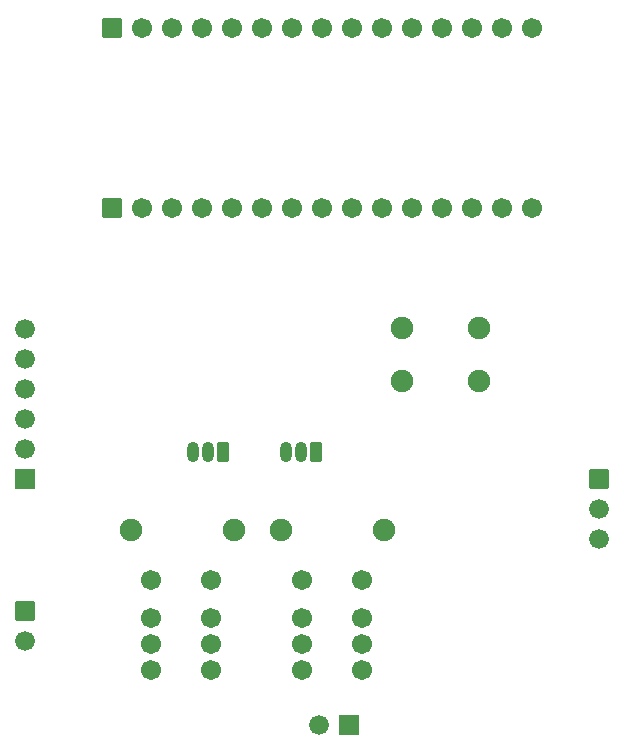
<source format=gbs>
G04 Layer: BottomSolderMaskLayer*
G04 EasyEDA v6.5.22, 2023-11-14 22:50:32*
G04 e9b09aeb9267423f9454c27dff36c41a,e380eaf7f1bc463bad4fc33596f4f57f,10*
G04 Gerber Generator version 0.2*
G04 Scale: 100 percent, Rotated: No, Reflected: No *
G04 Dimensions in millimeters *
G04 leading zeros omitted , absolute positions ,4 integer and 5 decimal *
%FSLAX45Y45*%
%MOMM*%

%AMMACRO1*1,1,$1,$2,$3*1,1,$1,$4,$5*1,1,$1,0-$2,0-$3*1,1,$1,0-$4,0-$5*20,1,$1,$2,$3,$4,$5,0*20,1,$1,$4,$5,0-$2,0-$3,0*20,1,$1,0-$2,0-$3,0-$4,0-$5,0*20,1,$1,0-$4,0-$5,$2,$3,0*4,1,4,$2,$3,$4,$5,0-$2,0-$3,0-$4,0-$5,$2,$3,0*%
%ADD10C,1.9016*%
%ADD11MACRO1,0.1016X0.7874X-0.7874X-0.7874X-0.7874*%
%ADD12C,1.6764*%
%ADD13R,1.6764X1.6764*%
%ADD14MACRO1,0.1016X0.7874X0.7874X0.7874X-0.7874*%
%ADD15O,1.0015981999999999X1.7015968*%
%ADD16MACRO1,0.1016X-0.45X0.8X0.45X0.8*%
%ADD17MACRO1,0.1016X0.8X-0.8X-0.8X-0.8*%
%ADD18C,1.7016*%

%LPD*%
D10*
G01*
X5036820Y4537455D03*
G01*
X5036820Y4987544D03*
G01*
X4386579Y4537455D03*
G01*
X4386579Y4987544D03*
G01*
X2962300Y3276600D03*
G01*
X2092299Y3276600D03*
G01*
X4232300Y3276600D03*
G01*
X3362299Y3276600D03*
D11*
G01*
X1193800Y2590800D03*
D12*
G01*
X1193800Y2336800D03*
D13*
G01*
X3937000Y1625600D03*
D12*
G01*
X3683000Y1625600D03*
G01*
X1193800Y4978400D03*
G01*
X1193800Y4724400D03*
G01*
X1193800Y4470400D03*
G01*
X1193800Y4216400D03*
G01*
X1193800Y3962400D03*
D13*
G01*
X1193800Y3708400D03*
D12*
G01*
X6057900Y3200400D03*
G01*
X6057900Y3454400D03*
D14*
G01*
X6057900Y3708400D03*
D15*
G01*
X2616200Y3937000D03*
G01*
X2743200Y3937000D03*
D16*
G01*
X2870201Y3937000D03*
D15*
G01*
X3403600Y3937000D03*
G01*
X3530600Y3937000D03*
D16*
G01*
X3657601Y3937000D03*
D17*
G01*
X1930399Y6007100D03*
D18*
G01*
X2184400Y7531100D03*
G01*
X2692400Y7531100D03*
G01*
X3200400Y7531100D03*
G01*
X3708400Y7531100D03*
G01*
X4216400Y7531100D03*
G01*
X4724400Y7531100D03*
G01*
X5232400Y7531100D03*
G01*
X5486400Y6007100D03*
G01*
X4978400Y6007100D03*
G01*
X4470400Y6007100D03*
G01*
X3962400Y6007100D03*
G01*
X3454400Y6007100D03*
G01*
X2946400Y6007100D03*
G01*
X2438400Y6007100D03*
G01*
X2184400Y6007100D03*
G01*
X2692400Y6007100D03*
G01*
X3200400Y6007100D03*
G01*
X3708400Y6007100D03*
G01*
X4216400Y6007100D03*
G01*
X4724400Y6007100D03*
G01*
X5232400Y6007100D03*
G01*
X5486400Y7531100D03*
G01*
X4978400Y7531100D03*
G01*
X4470400Y7531100D03*
G01*
X3962400Y7531100D03*
G01*
X3454400Y7531100D03*
G01*
X2946400Y7531100D03*
G01*
X2438400Y7531100D03*
D17*
G01*
X1930399Y7531100D03*
D18*
G01*
X2260600Y2856484D03*
G01*
X2260600Y2536444D03*
G01*
X2260600Y2316479D03*
G01*
X2260600Y2096515D03*
G01*
X2768600Y2096515D03*
G01*
X2768600Y2316479D03*
G01*
X2768600Y2536444D03*
G01*
X2768600Y2856458D03*
G01*
X3543300Y2856484D03*
G01*
X3543300Y2536444D03*
G01*
X3543300Y2316479D03*
G01*
X3543300Y2096515D03*
G01*
X4051300Y2096515D03*
G01*
X4051300Y2316479D03*
G01*
X4051300Y2536444D03*
G01*
X4051300Y2856458D03*
M02*

</source>
